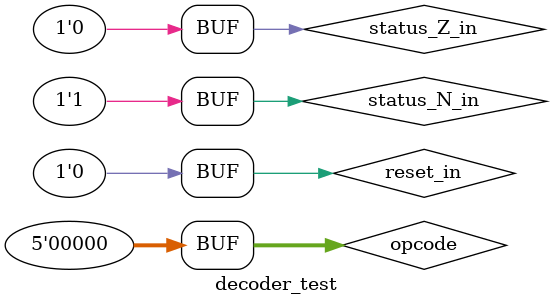
<source format=sv>
`timescale 1 ns/10 ps
module decoder_test#(
        parameter DATA_WIDTH = 11,
        parameter INSTRUCTION_WIDTH = 16,
		parameter OPCODE_WIDTH = INSTRUCTION_WIDTH - DATA_WIDTH
    );

	    logic [OPCODE_WIDTH - 1:0] opcode;
		logic clock_in, status_Z_in, status_N_in, reset_in;
		logic branch_out, sel_B_out, alu_op_out, data_memory_wr_out;  
		logic acc_wr_out, pc_wr_out, status_wr_out, ir_wr_out;
		logic acc_reset_out, pc_reset_out, status_reset_out, ir_reset_out;
		logic [1:0] sel_A_out;

clock_generator GCLOCK(clock_in);

decoder decoder0(
	.opcode_in(opcode),
	.status_Z_in(status_Z_in),
	.status_N_in(status_N_in),
	.reset_in(reset_in),
	.clock_in(clock_in),
    .branch_out(branch_out),
    .sel_A_out(sel_A_out), 
    .sel_B_out(sel_B_out), 
    .alu_op_out(alu_op_out), 
    .data_memory_wr_out(data_memory_wr_out),
    .acc_wr_out(acc_wr_out), 
    .pc_wr_out(pc_wr_out), 
    .status_wr_out(status_wr_out), 
    .ir_wr_out(ir_wr_out),
    .acc_reset_out(acc_reset_out), 
    .pc_reset_out(pc_reset_out), 
    .status_reset_out(status_reset_out), 
    .ir_reset_out(ir_reset_out)
	);
initial
	begin
		opcode = 5'b00000;//HLT 
		status_Z_in=1'b0; status_N_in=1'b0; reset_in = 1;
	
		#6 opcode=5'b00001;//STO
		#4 opcode=5'b00010;//LD
		#4 opcode=5'b00011;//LDI
		#4 opcode=5'b00100;//ADD
		#4 opcode=5'b00101;//ADDI
		#4 opcode=5'b00110;//SUB
		#4 opcode=5'b00111;//SUBI
		#4 opcode=5'b01000;//BEQ
			status_Z_in=1'b1;//Deve ocorrer desvio Z=1
		#4 status_Z_in=1'b0;//Nao deve ocorrer desvio Z=0
		#4 opcode=5'b01001;//BNE
			status_Z_in=1'b1;//Nao deve ocorrer desvio Z=1
		#4 status_Z_in=1'b0;//Deve ocorrer desvio Z=0
		#4 opcode=5'b01010;//BGT Deve ocorrer desvio Z=0 N=0
		#4 status_Z_in=1'b1;//Nao deve ocorrer desvio Z=1 N=0
		#4 status_N_in=1'b1;//Nao deve ocorrer desvio Z=1 N=1
		#4 status_Z_in=1'b0;//Nao deve ocorrer desvio Z=0 N=1
		#4 status_N_in=1'b0;//Deve ocorrer desvio Z=1 N=0
		#4 opcode=5'b01011;//BGE Deve ocorrer desvio Z=1 N=0
		#4 status_N_in=1'b1;//Nao deve ocorrer desvio Z=1 N=1
		#4 opcode=5'b01100;//BLT Deve ocorrer desvio Z=0 N=1
		#4 status_N_in=1'b0;//Nao deve ocorrer desvio Z=0 N=0
		#4 opcode=5'b01101;//BLE Nao eve ocorrer desvio Z=0 N=0
		#4 status_Z_in=1'b1;// Deve ocorrer desvio Z=1 N=0
		#4 status_N_in=1'b1;//Deve ocorrer desvio Z=1 N=1
		#4 status_Z_in=1'b0;//Deve ocorrer desvio Z=0 N=1
		#4 opcode=5'b01110;//JMP
		#4	reset_in = 1'b0;
		#4 opcode = 5'b00000;//HLT 	
	end	
endmodule 
</source>
